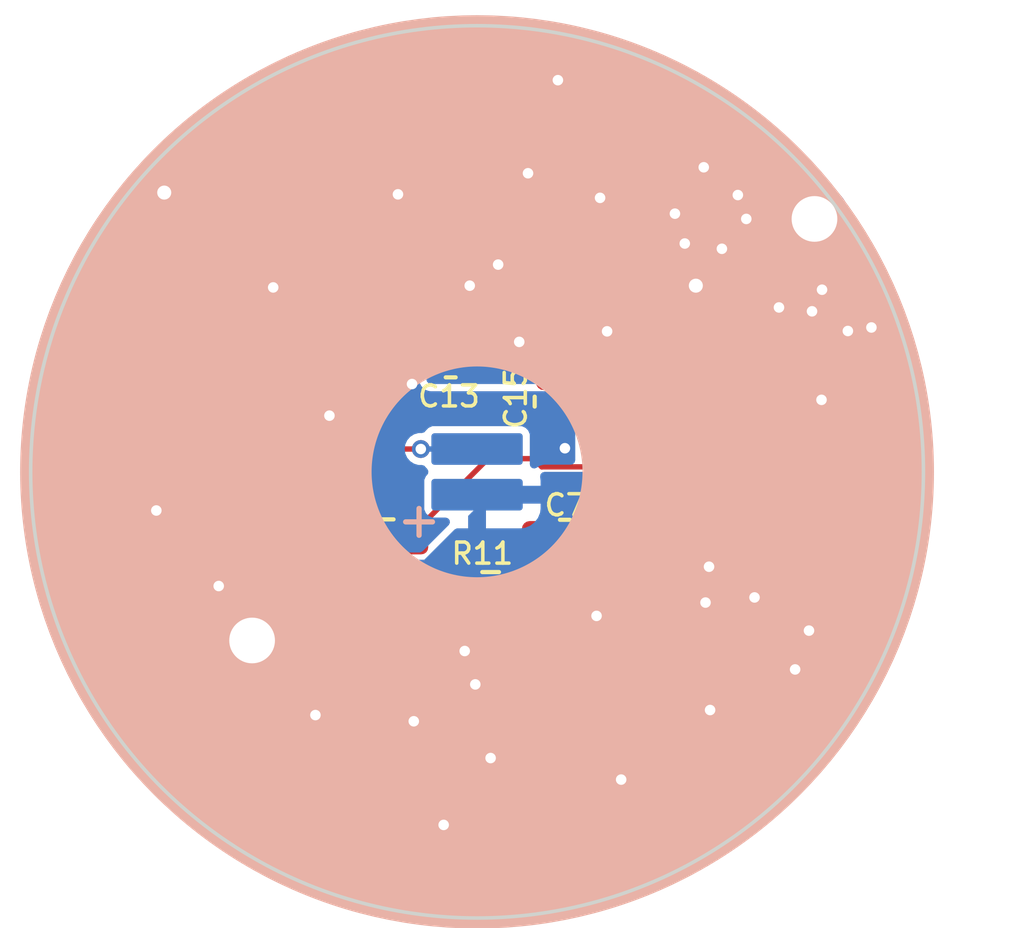
<source format=kicad_pcb>
(kicad_pcb (version 20240108) (generator "pcbnew") (generator_version "8.0")
  (layers (0 "F.Cu" signal) (31 "B.Cu" signal) (34 "B.Paste" user) (35 "F.Paste" user) (36 "B.SilkS" user "B.Silkscreen") (37 "F.SilkS" user "F.Silkscreen") (38 "B.Mask" user) (39 "F.Mask" user) (44 "Edge.Cuts" user))
  (net 0 "")
  (net 1 "GND")
  (net 2 "+BATT")
  (net 3 "/Audio_In")
  (net 4 "Net-(C5-Pad2)")
  (net 5 "/Midscale")
  (net 6 "Net-(C2-Pad1)")
  (net 7 "Net-(U1-V-)")
  (net 8 "/AFE_En")
  (net 9 "Net-(U1--)")
  (net 10 "Net-(C7-Pad1)")
  (net 11 "Net-(D1-RK)")
  (net 12 "/PWM3")
  (net 13 "/PWM2")
  (net 14 "/PWM1")
  (net 15 "/Audio_raw")
  (net 16 "Net-(D1-GK)")
  (net 17 "Net-(D1-BK)")
  (net 18 "/~{MCLR}")
  (net 19 "Net-(C8-Pad1)")
  (net 20 "/ICSP_DAT")
  (net 21 "/ICSP_CLK")
  (net 22 "/gnd_switch")
  (net 23 "Net-(Q1-G)")
  (net 24 "Net-(Q2-G)")
  (net 25 "Net-(Q2-D)")
  (net 26 "Net-(Q3-D)")
  (net 27 "Net-(Q3-G)")
  (net 28 "Net-(Q4-D)")
  (net 29 "Net-(Q4-G)")
  (net 34 "/PGnd")
  (footprint "User:BH-25C-1" (layer "F.Cu") (at 0 0 36.87)
    (property "Reference" "BT1" (hide yes))
    (property "Value" "CR2032Holder")
    (pad "1" thru_hole circle (at 12 0 36.87) (size 2 2) (drill 1.3) (layers "*.Cu" "F.Mask") (net 2 "+BATT"))
    (pad "2" thru_hole circle (at -7.999999 0 36.87) (size 2 2) (drill 1.3) (layers "*.Cu" "F.Mask") (net 34 "/PGnd"))
  )
  (footprint "Capacitor_SMD:C_0603_1608Metric" (layer "F.Cu") (at -0.813616 9.825 -90)
    (property "Reference" "C8" (at -0.175 0.936384 -90) (layer "F.SilkS") (effects (font (size 0.6 0.6) (thickness 0.1))))
    (property "Value" "10p")
    (pad "1" smd roundrect (at -0.775 0 270) (size 0.9 0.95) (layers "F.Cu" "F.Paste" "F.Mask") (net 19 "Net-(C8-Pad1)"))
    (pad "2" smd roundrect (at 0.775 0 270) (size 0.9 0.95) (layers "F.Cu" "F.Paste" "F.Mask") (net 10 "Net-(C7-Pad1)"))
  )
  (footprint "Package_TO_SOT_SMD:SOT-23" (layer "F.Cu") (at -8.1875 0.8)
    (property "Reference" "Q5" (at 0.0625 -2.05 0) (layer "F.SilkS") (effects (font (size 0.6 0.6) (thickness 0.1) (bold yes))))
    (property "Value" "Q_NMOS_DGS")
    (pad "1" smd roundrect (at -0.9375 -0.95) (size 1.475 0.6) (layers "F.Cu" "F.Paste" "F.Mask") (net 2 "+BATT"))
    (pad "2" smd roundrect (at -0.9375 0.95) (size 1.475 0.6) (layers "F.Cu" "F.Paste" "F.Mask") (net 1 "GND"))
    (pad "3" smd roundrect (at 0.9375 0) (size 1.475 0.6) (layers "F.Cu" "F.Paste" "F.Mask") (net 34 "/PGnd"))
  )
  (footprint "Resistor_SMD:R_0603_1608Metric" (layer "F.Cu") (at 0.386384 3.375)
    (property "Reference" "R11" (at -0.236384 -1.05 180) (layer "F.SilkS") (effects (font (size 0.6 0.6) (thickness 0.1))))
    (property "Value" "270k")
    (pad "1" smd roundrect (at -0.825 0) (size 0.8 0.95) (layers "F.Cu" "F.Paste" "F.Mask") (net 4 "Net-(C5-Pad2)"))
    (pad "2" smd roundrect (at 0.825 0) (size 0.8 0.95) (layers "F.Cu" "F.Paste" "F.Mask") (net 9 "Net-(U1--)"))
  )
  (footprint "Resistor_SMD:R_0603_1608Metric" (layer "F.Cu") (at 2.15 -5 90)
    (property "Reference" "R20" (at 0.6 -1 90) (layer "F.SilkS") (effects (font (size 0.6 0.6) (thickness 0.1))))
    (property "Value" "1.5k")
    (pad "1" smd roundrect (at -0.825 0 90) (size 0.8 0.95) (layers "F.Cu" "F.Paste" "F.Mask") (net 17 "Net-(D1-BK)"))
    (pad "2" smd roundrect (at 0.825 0 90) (size 0.8 0.95) (layers "F.Cu" "F.Paste" "F.Mask") (net 28 "Net-(Q4-D)"))
  )
  (footprint "Resistor_SMD:R_0603_1608Metric" (layer "F.Cu") (at -2.363616 5.7 -90)
    (property "Reference" "R16" (at 0 1.086384 90) (layer "F.SilkS") (effects (font (size 0.6 0.6) (thickness 0.1))))
    (property "Value" "1k")
    (pad "1" smd roundrect (at -0.825 0 270) (size 0.8 0.95) (layers "F.Cu" "F.Paste" "F.Mask") (net 19 "Net-(C8-Pad1)"))
    (pad "2" smd roundrect (at 0.825 0 270) (size 0.8 0.95) (layers "F.Cu" "F.Paste" "F.Mask") (net 3 "/Audio_In"))
  )
  (footprint "Capacitor_SMD:C_0603_1608Metric" (layer "F.Cu") (at -10 4.175 90)
    (property "Reference" "C1" (at 1.825 -0.161384 180) (layer "F.SilkS") (effects (font (size 0.6 0.6) (thickness 0.1))))
    (property "Value" "1u")
    (pad "1" smd roundrect (at -0.775 0 90) (size 0.9 0.95) (layers "F.Cu" "F.Paste" "F.Mask") (net 5 "/Midscale"))
    (pad "2" smd roundrect (at 0.775 0 90) (size 0.9 0.95) (layers "F.Cu" "F.Paste" "F.Mask") (net 2 "+BATT"))
  )
  (footprint "TestPoint:TestPoint_Pad_D1.0mm" (layer "F.Cu") (at -3.05 8.3)
    (property "Reference" "J2" (at -0.6 -1.1 0) (layer "F.SilkS") (effects (font (size 0.6 0.6) (thickness 0.1))))
    (property "Value" "Conn_01x01")
    (pad "1" smd circle (at 0 0) (size 1 1) (layers "F.Cu" "F.Mask") (net 3 "/Audio_In"))
  )
  (footprint "Capacitor_SMD:C_0603_1608Metric" (layer "F.Cu") (at -2.613616 3.375)
    (property "Reference" "C5" (at -1.686384 0.075 90) (layer "F.SilkS") (effects (font (size 0.6 0.6) (thickness 0.1))))
    (property "Value" "10n")
    (pad "1" smd roundrect (at -0.775 0) (size 0.9 0.95) (layers "F.Cu" "F.Paste" "F.Mask") (net 15 "/Audio_raw"))
    (pad "2" smd roundrect (at 0.775 0) (size 0.9 0.95) (layers "F.Cu" "F.Paste" "F.Mask") (net 4 "Net-(C5-Pad2)"))
  )
  (footprint "Resistor_SMD:R_0603_1608Metric" (layer "F.Cu") (at 3.41 8.435 -90)
    (property "Reference" "R12" (at -0.2 1.025 -90) (layer "F.SilkS") (effects (font (size 0.6 0.6) (thickness 0.1))))
    (property "Value" "100")
    (pad "1" smd roundrect (at -0.825 0 270) (size 0.8 0.95) (layers "F.Cu" "F.Paste" "F.Mask") (net 22 "/gnd_switch"))
    (pad "2" smd roundrect (at 0.825 0 270) (size 0.8 0.95) (layers "F.Cu" "F.Paste" "F.Mask") (net 7 "Net-(U1-V-)"))
  )
  (footprint "TestPoint:TestPoint_Pad_D1.0mm" (layer "F.Cu") (at 9.11 7.61)
    (property "Reference" "J1" (at 0.55 -1.1 0) (layer "F.SilkS") (effects (font (size 0.6 0.6) (thickness 0.1))))
    (property "Value" "Conn_01x01")
    (pad "1" smd circle (at 0 0) (size 1 1) (layers "F.Cu" "F.Mask") (net 18 "/~{MCLR}"))
  )
  (footprint "Capacitor_SMD:C_0603_1608Metric" (layer "F.Cu") (at 5.88 5.44 -90)
    (property "Reference" "C12" (at 0.05 0.95 90) (layer "F.SilkS") (effects (font (size 0.6 0.6) (thickness 0.1))))
    (property "Value" "10n")
    (pad "1" smd roundrect (at -0.775 0 270) (size 0.9 0.95) (layers "F.Cu" "F.Paste" "F.Mask") (net 2 "+BATT"))
    (pad "2" smd roundrect (at 0.775 0 270) (size 0.9 0.95) (layers "F.Cu" "F.Paste" "F.Mask") (net 1 "GND"))
  )
  (footprint "Resistor_SMD:R_0603_1608Metric" (layer "F.Cu") (at -5 -9.35)
    (property "Reference" "R17" (at 0.55 -1 180) (layer "F.SilkS") (effects (font (size 0.6 0.6) (thickness 0.1))))
    (property "Value" "100")
    (pad "1" smd roundrect (at -0.825 0) (size 0.8 0.95) (layers "F.Cu" "F.Paste" "F.Mask") (net 27 "Net-(Q3-G)"))
    (pad "2" smd roundrect (at 0.825 0) (size 0.8 0.95) (layers "F.Cu" "F.Paste" "F.Mask") (net 13 "/PWM2"))
  )
  (footprint "Resistor_SMD:R_0603_1608Metric" (layer "F.Cu") (at 0.686384 9.825 90)
    (property "Reference" "R14" (at 0.025 1.163616 -90) (layer "F.SilkS") (effects (font (size 0.6 0.6) (thickness 0.1))))
    (property "Value" "10M")
    (pad "1" smd roundrect (at -0.825 0 90) (size 0.8 0.95) (layers "F.Cu" "F.Paste" "F.Mask") (net 10 "Net-(C7-Pad1)"))
    (pad "2" smd roundrect (at 0.825 0 90) (size 0.8 0.95) (layers "F.Cu" "F.Paste" "F.Mask") (net 19 "Net-(C8-Pad1)"))
  )
  (footprint "Capacitor_SMD:C_0603_1608Metric" (layer "F.Cu") (at 2.5 1.875 180)
    (property "Reference" "C7" (at -0.013616 0.925 0) (layer "F.SilkS") (effects (font (size 0.6 0.6) (thickness 0.1))))
    (property "Value" "10p")
    (pad "1" smd roundrect (at -0.775 0 180) (size 0.9 0.95) (layers "F.Cu" "F.Paste" "F.Mask") (net 10 "Net-(C7-Pad1)"))
    (pad "2" smd roundrect (at 0.775 0 180) (size 0.9 0.95) (layers "F.Cu" "F.Paste" "F.Mask") (net 9 "Net-(U1--)"))
  )
  (footprint "Resistor_SMD:R_0603_1608Metric" (layer "F.Cu") (at -3.138616 10.975 180)
    (property "Reference" "R15" (at 0.061384 0.925 180) (layer "F.SilkS") (effects (font (size 0.6 0.6) (thickness 0.1))))
    (property "Value" "270k")
    (pad "1" smd roundrect (at -0.825 0 180) (size 0.8 0.95) (layers "F.Cu" "F.Paste" "F.Mask") (net 10 "Net-(C7-Pad1)"))
    (pad "2" smd roundrect (at 0.825 0 180) (size 0.8 0.95) (layers "F.Cu" "F.Paste" "F.Mask") (net 5 "/Midscale"))
  )
  (footprint "Resistor_SMD:R_0603_1608Metric" (layer "F.Cu") (at -0.75 -4.7 180)
    (property "Reference" "R18" (at 2.2 0.05 0) (layer "F.SilkS") (effects (font (size 0.6 0.6) (thickness 0.1))))
    (property "Value" "1k")
    (pad "1" smd roundrect (at -0.825 0 180) (size 0.8 0.95) (layers "F.Cu" "F.Paste" "F.Mask") (net 11 "Net-(D1-RK)"))
    (pad "2" smd roundrect (at 0.825 0 180) (size 0.8 0.95) (layers "F.Cu" "F.Paste" "F.Mask") (net 25 "Net-(Q2-D)"))
  )
  (footprint "Capacitor_SMD:C_0603_1608Metric" (layer "F.Cu") (at -0.75 -7.7 180)
    (property "Reference" "C14" (at 0 1 0) (layer "F.SilkS") (effects (font (size 0.6 0.6) (thickness 0.1))))
    (property "Value" "1u")
    (pad "1" smd roundrect (at -0.775 0 180) (size 0.9 0.95) (layers "F.Cu" "F.Paste" "F.Mask") (net 16 "Net-(D1-GK)"))
    (pad "2" smd roundrect (at 0.775 0 180) (size 0.9 0.95) (layers "F.Cu" "F.Paste" "F.Mask") (net 1 "GND"))
  )
  (footprint "Capacitor_SMD:C_0603_1608Metric" (layer "F.Cu") (at 7.4 5.44 -90)
    (property "Reference" "C11" (at 0.1 -1.06 90) (layer "F.SilkS") (effects (font (size 0.6 0.6) (thickness 0.1))))
    (property "Value" "100n")
    (pad "1" smd roundrect (at -0.775 0 270) (size 0.9 0.95) (layers "F.Cu" "F.Paste" "F.Mask") (net 2 "+BATT"))
    (pad "2" smd roundrect (at 0.775 0 270) (size 0.9 0.95) (layers "F.Cu" "F.Paste" "F.Mask") (net 1 "GND"))
  )
  (footprint "Resistor_SMD:R_0603_1608Metric" (layer "F.Cu") (at -5.338616 7.175 90)
    (property "Reference" "R5" (at -0.025 -0.961384 90) (layer "F.SilkS") (effects (font (size 0.6 0.6) (thickness 0.1))))
    (property "Value" "10M")
    (pad "1" smd roundrect (at -0.825 0 90) (size 0.8 0.95) (layers "F.Cu" "F.Paste" "F.Mask") (net 6 "Net-(C2-Pad1)"))
    (pad "2" smd roundrect (at 0.825 0 90) (size 0.8 0.95) (layers "F.Cu" "F.Paste" "F.Mask") (net 5 "/Midscale"))
  )
  (footprint "Resistor_SMD:R_0603_1608Metric" (layer "F.Cu") (at 4.4 -5.2)
    (property "Reference" "R22" (at 0.05 -1 0) (layer "F.SilkS") (effects (font (size 0.6 0.6) (thickness 0.1))))
    (property "Value" "100")
    (pad "1" smd roundrect (at -0.825 0) (size 0.8 0.95) (layers "F.Cu" "F.Paste" "F.Mask") (net 23 "Net-(Q1-G)"))
    (pad "2" smd roundrect (at 0.825 0) (size 0.8 0.95) (layers "F.Cu" "F.Paste" "F.Mask") (net 8 "/AFE_En"))
  )
  (footprint "Resistor_SMD:R_0603_1608Metric" (layer "F.Cu") (at -8.5 4.175 90)
    (property "Reference" "R4" (at 1.775 -0.311384 180) (layer "F.SilkS") (effects (font (size 0.6 0.6) (thickness 0.1))))
    (property "Value" "10M")
    (pad "1" smd roundrect (at -0.825 0 90) (size 0.8 0.95) (layers "F.Cu" "F.Paste" "F.Mask") (net 5 "/Midscale"))
    (pad "2" smd roundrect (at 0.825 0 90) (size 0.8 0.95) (layers "F.Cu" "F.Paste" "F.Mask") (net 2 "+BATT"))
  )
  (footprint "Capacitor_SMD:C_0603_1608Metric" (layer "F.Cu") (at -7.5 7.175 90)
    (property "Reference" "C2" (at -0.125 -1 90) (layer "F.SilkS") (effects (font (size 0.6 0.6) (thickness 0.1))))
    (property "Value" "1u")
    (pad "1" smd roundrect (at -0.775 0 90) (size 0.9 0.95) (layers "F.Cu" "F.Paste" "F.Mask") (net 6 "Net-(C2-Pad1)"))
    (pad "2" smd roundrect (at 0.775 0 90) (size 0.9 0.95) (layers "F.Cu" "F.Paste" "F.Mask") (net 5 "/Midscale"))
  )
  (footprint "Resistor_SMD:R_0603_1608Metric" (layer "F.Cu") (at -2.613616 1.875)
    (property "Reference" "R3" (at -1.936384 -0.075 0) (layer "F.SilkS") (effects (font (size 0.6 0.6) (thickness 0.1))))
    (property "Value" "10k")
    (pad "1" smd roundrect (at -0.825 0) (size 0.8 0.95) (layers "F.Cu" "F.Paste" "F.Mask") (net 15 "/Audio_raw"))
    (pad "2" smd roundrect (at 0.825 0) (size 0.8 0.95) (layers "F.Cu" "F.Paste" "F.Mask") (net 22 "/gnd_switch"))
  )
  (footprint "TestPoint:TestPoint_Pad_D1.0mm" (layer "F.Cu") (at -5.2 0.55)
    (property "Reference" "J3" (at 1.2 -0.6 0) (layer "F.SilkS") (effects (font (size 0.6 0.6) (thickness 0.1))))
    (property "Value" "Conn_01x01")
    (pad "1" smd circle (at 0 0) (size 1 1) (layers "F.Cu" "F.Mask") (net 15 "/Audio_raw"))
  )
  (footprint "Capacitor_SMD:C_0603_1608Metric" (layer "F.Cu") (at 2.15 -2 -90)
    (property "Reference" "C15" (at -0.1 1.05 90) (layer "F.SilkS") (effects (font (size 0.6 0.6) (thickness 0.1))))
    (property "Value" "1u")
    (pad "1" smd roundrect (at -0.775 0 270) (size 0.9 0.95) (layers "F.Cu" "F.Paste" "F.Mask") (net 17 "Net-(D1-BK)"))
    (pad "2" smd roundrect (at 0.775 0 270) (size 0.9 0.95) (layers "F.Cu" "F.Paste" "F.Mask") (net 1 "GND"))
  )
  (footprint "Package_TO_SOT_SMD:SOT-23" (layer "F.Cu") (at 2.55 -8.45 -90)
    (property "Reference" "Q4" (at -1.3 2 90) (layer "F.SilkS") (effects (font (size 0.6 0.6) (thickness 0.1))))
    (property "Value" "Q_NMOS_DGS")
    (pad "1" smd roundrect (at -0.9375 -0.95 270) (size 1.475 0.6) (layers "F.Cu" "F.Paste" "F.Mask") (net 29 "Net-(Q4-G)"))
    (pad "2" smd roundrect (at -0.9375 0.95 270) (size 1.475 0.6) (layers "F.Cu" "F.Paste" "F.Mask") (net 1 "GND"))
    (pad "3" smd roundrect (at 0.9375 0 270) (size 1.475 0.6) (layers "F.Cu" "F.Paste" "F.Mask") (net 28 "Net-(Q4-D)"))
  )
  (footprint "Resistor_SMD:R_0603_1608Metric" (layer "F.Cu") (at -0.75 -6.2 180)
    (property "Reference" "R19" (at 1.8 0 90) (layer "F.SilkS") (effects (font (size 0.6 0.6) (thickness 0.1))))
    (property "Value" "1.4k")
    (pad "1" smd roundrect (at -0.825 0 180) (size 0.8 0.95) (layers "F.Cu" "F.Paste" "F.Mask") (net 16 "Net-(D1-GK)"))
    (pad "2" smd roundrect (at 0.825 0 180) (size 0.8 0.95) (layers "F.Cu" "F.Paste" "F.Mask") (net 26 "Net-(Q3-D)"))
  )
  (footprint "Resistor_SMD:R_0603_1608Metric" (layer "F.Cu") (at 5.1 -8.85 90)
    (property "Reference" "R21" (at 1.9 -0.15 180) (layer "F.SilkS") (effects (font (size 0.6 0.6) (thickness 0.1))))
    (property "Value" "100")
    (pad "1" smd roundrect (at -0.825 0 90) (size 0.8 0.95) (layers "F.Cu" "F.Paste" "F.Mask") (net 12 "/PWM3"))
    (pad "2" smd roundrect (at 0.825 0 90) (size 0.8 0.95) (layers "F.Cu" "F.Paste" "F.Mask") (net 29 "Net-(Q4-G)"))
  )
  (footprint "Package_TO_SOT_SMD:SOT-23" (layer "F.Cu") (at -4.95 -6.85)
    (property "Reference" "Q3" (at -2.2 -0.75 90) (layer "F.SilkS") (effects (font (size 0.6 0.6) (thickness 0.1))))
    (property "Value" "Q_NMOS_DGS")
    (pad "1" smd roundrect (at -0.9375 -0.95) (size 1.475 0.6) (layers "F.Cu" "F.Paste" "F.Mask") (net 27 "Net-(Q3-G)"))
    (pad "2" smd roundrect (at -0.9375 0.95) (size 1.475 0.6) (layers "F.Cu" "F.Paste" "F.Mask") (net 1 "GND"))
    (pad "3" smd roundrect (at 0.9375 0) (size 1.475 0.6) (layers "F.Cu" "F.Paste" "F.Mask") (net 26 "Net-(Q3-D)"))
  )
  (footprint "Package_TO_SOT_SMD:SOT-23-5" (layer "F.Cu") (at 0.136384 6.25 90)
    (property "Reference" "U1" (at -0.025 2.088616 90) (layer "F.SilkS") (effects (font (size 0.6 0.6) (thickness 0.1))))
    (property "Value" "OPAMP")
    (pad "1" smd roundrect (at -1.1375 -0.95 90) (size 1.325 0.6) (layers "F.Cu" "F.Paste" "F.Mask") (net 19 "Net-(C8-Pad1)"))
    (pad "2" smd roundrect (at -1.1375 0 90) (size 1.325 0.6) (layers "F.Cu" "F.Paste" "F.Mask") (net 7 "Net-(U1-V-)"))
    (pad "3" smd roundrect (at -1.1375 0.95 90) (size 1.325 0.6) (layers "F.Cu" "F.Paste" "F.Mask") (net 5 "/Midscale"))
    (pad "4" smd roundrect (at 1.1375 0.95 90) (size 1.325 0.6) (layers "F.Cu" "F.Paste" "F.Mask") (net 9 "Net-(U1--)"))
    (pad "5" smd roundrect (at 1.1375 -0.95 90) (size 1.325 0.6) (layers "F.Cu" "F.Paste" "F.Mask") (net 2 "+BATT"))
  )
  (footprint "Capacitor_SMD:C_0603_1608Metric" (layer "F.Cu") (at -0.75 -3.2 180)
    (property "Reference" "C13" (at 0.05 -1.05 0) (layer "F.SilkS") (effects (font (size 0.6 0.6) (thickness 0.1))))
    (property "Value" "1u")
    (pad "1" smd roundrect (at -0.775 0 180) (size 0.9 0.95) (layers "F.Cu" "F.Paste" "F.Mask") (net 11 "Net-(D1-RK)"))
    (pad "2" smd roundrect (at 0.775 0 180) (size 0.9 0.95) (layers "F.Cu" "F.Paste" "F.Mask") (net 1 "GND"))
  )
  (footprint "Package_TO_SOT_SMD:SOT-23" (layer "F.Cu") (at -4.3 -2.7)
    (property "Reference" "Q2" (at -2.3 1.1 90) (layer "F.SilkS") (effects (font (size 0.6 0.6) (thickness 0.1))))
    (property "Value" "Q_NMOS_DGS")
    (pad "1" smd roundrect (at -0.9375 -0.95) (size 1.475 0.6) (layers "F.Cu" "F.Paste" "F.Mask") (net 24 "Net-(Q2-G)"))
    (pad "2" smd roundrect (at -0.9375 0.95) (size 1.475 0.6) (layers "F.Cu" "F.Paste" "F.Mask") (net 1 "GND"))
    (pad "3" smd roundrect (at 0.9375 0) (size 1.475 0.6) (layers "F.Cu" "F.Paste" "F.Mask") (net 25 "Net-(Q2-D)"))
  )
  (footprint "Capacitor_SMD:C_0603_1608Metric" (layer "F.Cu") (at 4.925 8.445 -90)
    (property "Reference" "C6" (at -0.25 -1 90) (layer "F.SilkS") (effects (font (size 0.6 0.6) (thickness 0.1))))
    (property "Value" "10n")
    (pad "1" smd roundrect (at -0.775 0 270) (size 0.9 0.95) (layers "F.Cu" "F.Paste" "F.Mask") (net 2 "+BATT"))
    (pad "2" smd roundrect (at 0.775 0 270) (size 0.9 0.95) (layers "F.Cu" "F.Paste" "F.Mask") (net 7 "Net-(U1-V-)"))
  )
  (footprint "TestPoint:TestPoint_Pad_D1.0mm" (layer "F.Cu") (at -8.9 -7.95)
    (property "Reference" "J5" (at -0.8 1.15 0) (layer "F.SilkS") (effects (font (size 0.6 0.6) (thickness 0.1))))
    (property "Value" "Conn_01x01")
    (pad "1" smd circle (at 0 0) (size 1 1) (layers "F.Cu" "F.Mask") (net 1 "GND"))
  )
  (footprint "Resistor_SMD:R_0603_1608Metric" (layer "F.Cu") (at 3.386384 3.375)
    (property "Reference" "R13" (at 0.233616 1.205 180) (layer "F.SilkS") (effects (font (size 0.6 0.6) (thickness 0.1))))
    (property "Value" "10M")
    (pad "1" smd roundrect (at -0.825 0) (size 0.8 0.95) (layers "F.Cu" "F.Paste" "F.Mask") (net 9 "Net-(U1--)"))
    (pad "2" smd roundrect (at 0.825 0) (size 0.8 0.95) (layers "F.Cu" "F.Paste" "F.Mask") (net 10 "Net-(C7-Pad1)"))
  )
  (footprint "TestPoint:TestPoint_Pad_D1.0mm" (layer "F.Cu") (at 10.7 5.3)
    (property "Reference" "J4" (at 0.05 -1 0) (layer "F.SilkS") (effects (font (size 0.6 0.6) (thickness 0.1))))
    (property "Value" "Conn_01x01")
    (pad "1" smd circle (at 0 0) (size 1 1) (layers "F.Cu" "F.Mask") (net 2 "+BATT"))
  )
  (footprint "TestPoint:TestPoint_Pad_D1.0mm" (layer "F.Cu") (at 10.9 -5)
    (property "Reference" "J7" (at -1 -0.5 0) (layer "F.SilkS") (effects (font (size 0.6 0.6) (thickness 0.1))))
    (property "Value" "Conn_01x01")
    (pad "1" smd circle (at 0 0) (size 1 1) (layers "F.Cu" "F.Mask") (net 21 "/ICSP_CLK"))
  )
  (footprint "Resistor_SMD:R_0603_1608Metric" (layer "F.Cu") (at -7.7 -4.85 90)
    (property "Reference" "R1" (at 0.5 -1.125 90) (layer "F.SilkS") (effects (font (size 0.6 0.6) (thickness 0.1))))
    (property "Value" "100")
    (pad "1" smd roundrect (at -0.825 0 90) (size 0.8 0.95) (layers "F.Cu" "F.Paste" "F.Mask") (net 24 "Net-(Q2-G)"))
    (pad "2" smd roundrect (at 0.825 0 90) (size 0.8 0.95) (layers "F.Cu" "F.Paste" "F.Mask") (net 14 "/PWM1"))
  )
  (footprint "Package_TO_SOT_SMD:SOT-23" (layer "F.Cu") (at 4.65 -2.1 -90)
    (property "Reference" "Q1" (at 1.25 1.15 90) (layer "F.SilkS") (effects (font (size 0.6 0.6) (thickness 0.1))))
    (property "Value" "Q_NMOS_DGS")
    (pad "1" smd roundrect (at -0.9375 -0.95 270) (size 1.475 0.6) (layers "F.Cu" "F.Paste" "F.Mask") (net 23 "Net-(Q1-G)"))
    (pad "2" smd roundrect (at -0.9375 0.95 270) (size 1.475 0.6) (layers "F.Cu" "F.Paste" "F.Mask") (net 1 "GND"))
    (pad "3" smd roundrect (at 0.9375 0 270) (size 1.475 0.6) (layers "F.Cu" "F.Paste" "F.Mask") (net 22 "/gnd_switch"))
  )
  (footprint "Package_SO:TSSOP-14_4.4x5mm_P0.65mm" (layer "F.Cu") (at 9.15 -0.15 90)
    (property "Reference" "U2" (at -2.05 -3 90) (layer "F.SilkS") (effects (font (size 0.6 0.6) (thickness 0.1))))
    (property "Value" "PIC18F06")
    (pad "1" smd roundrect (at -2.8625 -1.95 90) (size 1.475 0.4) (layers "F.Cu" "F.Paste" "F.Mask") (net 2 "+BATT"))
    (pad "2" smd roundrect (at -2.8625 -1.3 90) (size 1.475 0.4) (layers "F.Cu" "F.Paste" "F.Mask") (net 3 "/Audio_In"))
    (pad "3" smd roundrect (at -2.8625 -0.65 90) (size 1.475 0.4) (layers "F.Cu" "F.Paste" "F.Mask"))
    (pad "4" smd roundrect (at -2.8625 0 90) (size 1.475 0.4) (layers "F.Cu" "F.Paste" "F.Mask") (net 18 "/~{MCLR}"))
    (pad "5" smd roundrect (at -2.8625 0.65 90) (size 1.475 0.4) (layers "F.Cu" "F.Paste" "F.Mask"))
    (pad "6" smd roundrect (at -2.8625 1.3 90) (size 1.475 0.4) (layers "F.Cu" "F.Paste" "F.Mask"))
    (pad "7" smd roundrect (at -2.8625 1.95 90) (size 1.475 0.4) (layers "F.Cu" "F.Paste" "F.Mask"))
    (pad "8" smd roundrect (at 2.8625 1.95 90) (size 1.475 0.4) (layers "F.Cu" "F.Paste" "F.Mask") (net 12 "/PWM3"))
    (pad "9" smd roundrect (at 2.8625 1.3 90) (size 1.475 0.4) (layers "F.Cu" "F.Paste" "F.Mask") (net 13 "/PWM2"))
    (pad "10" smd roundrect (at 2.8625 0.65 90) (size 1.475 0.4) (layers "F.Cu" "F.Paste" "F.Mask") (net 14 "/PWM1"))
    (pad "11" smd roundrect (at 2.8625 0 90) (size 1.475 0.4) (layers "F.Cu" "F.Paste" "F.Mask") (net 8 "/AFE_En"))
    (pad "12" smd roundrect (at 2.8625 -0.65 90) (size 1.475 0.4) (layers "F.Cu" "F.Paste" "F.Mask") (net 21 "/ICSP_CLK"))
    (pad "13" smd roundrect (at 2.8625 -1.3 90) (size 1.475 0.4) (layers "F.Cu" "F.Paste" "F.Mask") (net 20 "/ICSP_DAT"))
    (pad "14" smd roundrect (at 2.8625 -1.95 90) (size 1.475 0.4) (layers "F.Cu" "F.Paste" "F.Mask") (net 1 "GND"))
  )
  (footprint "TestPoint:TestPoint_Pad_D1.0mm" (layer "F.Cu") (at 8.1 -8.85)
    (property "Reference" "J6" (at -0.9 -0.85 0) (layer "F.SilkS") (effects (font (size 0.6 0.6) (thickness 0.1))))
    (property "Value" "Conn_01x01")
    (pad "1" smd circle (at 0 0) (size 1 1) (layers "F.Cu" "F.Mask") (net 20 "/ICSP_DAT"))
  )
  (footprint "Resistor_SMD:R_0603_1608Metric" (layer "F.Cu") (at -6.151116 9.425 180)
    (property "Reference" "R2" (at -0.051116 -1.125 0) (layer "F.SilkS") (effects (font (size 0.6 0.6) (thickness 0.1))))
    (property "Value" "1k")
    (pad "1" smd roundrect (at -0.825 0 180) (size 0.8 0.95) (layers "F.Cu" "F.Paste" "F.Mask") (net 22 "/gnd_switch"))
    (pad "2" smd roundrect (at 0.825 0 180) (size 0.8 0.95) (layers "F.Cu" "F.Paste" "F.Mask") (net 6 "Net-(C2-Pad1)"))
  )
  (footprint "User:ElectretCondenserMic_SMT_MO063602-1" (layer "B.Cu") (at 0 0 180)
    (property "Reference" "MK1" (hide yes))
    (property "Value" "Microphone_Condenser")
    (pad "1" smd roundrect (at 0 0.65 180) (size 2.6 0.9) (layers "B.Cu" "B.Paste" "B.Mask") (roundrect_rratio 0.1) (net 15 "/Audio_raw"))
    (pad "2" smd roundrect (at 0 -0.65 180) (size 2.6 0.9) (layers "B.Cu" "B.Paste" "B.Mask") (roundrect_rratio 0.1) (net 2 "+BATT"))
  )
  (footprint "User:PLCC-4" (layer "B.Cu") (at 0 -4.6 180)
    (property "Reference" "D1" (hide yes))
    (property "Value" "LED_ABGR")
    (pad "1" smd roundrect (at 0.75 -0.55 180) (size 1 0.8) (layers "B.Cu" "B.Paste" "B.Mask") (roundrect_rratio 0.45) (net 2 "+BATT"))
    (pad "2" smd rect (at -0.75 -0.55 180) (size 1 0.8) (layers "B.Cu" "B.Paste" "B.Mask") (net 17 "Net-(D1-BK)"))
    (pad "3" smd rect (at -0.75 0.55 180) (size 1 0.8) (layers "B.Cu" "B.Paste" "B.Mask") (net 16 "Net-(D1-GK)"))
    (pad "4" smd rect (at 0.75 0.55 180) (size 1 0.8) (layers "B.Cu" "B.Paste" "B.Mask") (net 11 "Net-(D1-RK)"))
  )
  (gr_circle (center 0 0) (end 8 0) (stroke (width 10)) (fill none) (layer "B.SilkS"))
  (gr_circle (center 7.2 1.45) (end 7.2 1.65) (stroke (width 0.15)) (fill none) (layer "F.SilkS"))
  (gr_circle (center 0 0) (end 12.7 0) (stroke (width 0.1)) (fill none) (layer "Edge.Cuts"))
  (gr_text "." (at -1.15 -3.45 0) (layer "B.Cu") (effects (font (size 0.8 0.8) (thickness 0.2) (bold yes)) (justify left bottom mirror)))
  (gr_text "+" (at -1.65 1.35 0) (layer "B.SilkS") (effects (font (size 1 1)) (justify mirror)))
  (gr_text "Lightup note\ndetector" (at -10.325 -6.125 270) (layer "F.SilkS") (effects (font (size 0.5 0.5) (thickness 0.1)) (justify left)))
  (gr_text "V+" (at 8.45 -6.1 0) (layer "F.SilkS") (effects (font (size 0.6 0.6))))
  (gr_text "Rev 5 Nov 2024" (at -11.775 -3.375 270) (layer "F.SilkS") (effects (font (size 0.5 0.5) (thickness 0.1)) (justify left)))
  (gr_text "Gnd" (at -6.45 3.25 0) (layer "F.SilkS") (effects (font (size 0.6 0.6))))
  (segment (start 6.66 6.75) (end 6.63 6.78) (width 0.25) (layer "F.Cu") (net 1))
  (segment (start 1.6 -9.3875) (end 1.6 -8.65) (width 0.1524) (layer "F.Cu") (net 1))
  (segment (start 6.66 6.215) (end 5.88 6.215) (width 0.25) (layer "F.Cu") (net 1))
  (segment (start -5.2375 -1.75) (end -4.35 -1.75) (width 0.1524) (layer "F.Cu") (net 1))
  (segment (start 2.15 -1.022334) (end 2.5 -0.672334) (width 0.1524) (layer "F.Cu") (net 1))
  (segment (start -1.525 -3.2) (end -1.525 -2.825) (width 0.1524) (layer "F.Cu") (net 1))
  (segment (start -5.8875 -5.3375) (end -5.8 -5.25) (width 0.1524) (layer "F.Cu") (net 1))
  (segment (start -1.525 -2.825) (end -1.85 -2.5) (width 0.1524) (layer "F.Cu") (net 1))
  (segment (start -9.125 1.75) (end -9.125 1.1) (width 0.381) (layer "F.Cu") (net 1))
  (segment (start 6.66 6.215) (end 6.66 6.75) (width 0.25) (layer "F.Cu") (net 1))
  (segment (start -1.725 -7.9) (end -1.525 -7.7) (width 0.1524) (layer "F.Cu") (net 1))
  (segment (start -4.35 -1.75) (end -4.2 -1.6) (width 0.1524) (layer "F.Cu") (net 1))
  (segment (start 1.6 -8.65) (end 1.45 -8.5) (width 0.1524) (layer "F.Cu") (net 1))
  (segment (start 3.7 -3.0375) (end 3.7 -4) (width 0.1524) (layer "F.Cu") (net 1))
  (segment (start 7.4 6.215) (end 6.66 6.215) (width 0.25) (layer "F.Cu") (net 1))
  (segment (start 6.2245 -5.3) (end 7.2 -4.3245) (width 0.1524) (layer "F.Cu") (net 1))
  (segment (start -5.8875 -5.9) (end -5.8875 -5.3375) (width 0.1524) (layer "F.Cu") (net 1))
  (segment (start -2.25 -7.9) (end -1.725 -7.9) (width 0.1524) (layer "F.Cu") (net 1))
  (segment (start 7.2 -4.3245) (end 7.2 -3.0125) (width 0.1524) (layer "F.Cu") (net 1))
  (segment (start 2.15 -1.225) (end 2.15 -1.022334) (width 0.1524) (layer "F.Cu") (net 1))
  (via (at -1.85 -2.5) (size 0.45) (drill 0.3) (layers "F.Cu" "B.Cu") (net 1))
  (via (at -5.8 -5.25) (size 0.45) (drill 0.3) (layers "F.Cu" "B.Cu") (net 1))
  (via (at 1.45 -8.5) (size 0.45) (drill 0.3) (layers "F.Cu" "B.Cu") (net 1))
  (via (at -2.25 -7.9) (size 0.508) (drill 0.3) (layers "F.Cu" "B.Cu") (net 1))
  (via (at 6.2245 -5.3) (size 0.8) (drill 0.4) (layers "F.Cu" "B.Cu") (net 1))
  (via (at 6.63 6.78) (size 0.508) (drill 0.3) (layers "F.Cu" "B.Cu") (net 1))
  (via (at 2.5 -0.672334) (size 0.508) (drill 0.3) (layers "F.Cu" "B.Cu") (net 1))
  (via (at -4.2 -1.6) (size 0.45) (drill 0.3) (layers "F.Cu" "B.Cu") (net 1))
  (via (at -9.125 1.1) (size 0.508) (drill 0.3) (layers "F.Cu" "B.Cu") (net 1))
  (via (at 3.7 -4) (size 0.508) (drill 0.3) (layers "F.Cu" "B.Cu") (net 1))
  (via (at -8.9 -7.95) (size 0.8) (drill 0.4) (layers "F.Cu" "B.Cu") (net 1))
  (segment (start 4.925 5.62) (end 4.925 7.525) (width 0.1524) (layer "F.Cu") (net 2))
  (segment (start 7.135 4.665) (end 7.4 4.665) (width 0.1524) (layer "F.Cu") (net 2))
  (segment (start -8.4 3.25) (end -7.35 3.25) (width 0.1524) (layer "F.Cu") (net 2))
  (segment (start -9.95 3.35) (end -10 3.4) (width 0.1524) (layer "F.Cu") (net 2))
  (segment (start 6.5 4.045) (end 5.88 4.665) (width 0.1524) (layer "F.Cu") (net 2))
  (segment (start 7.2 2.7125) (end 6.6125 2.7125) (width 0.1524) (layer "F.Cu") (net 2))
  (segment (start -7.35 3.25) (end -7.275 3.25) (width 0.1524) (layer "F.Cu") (net 2))
  (segment (start 6.5 4.03) (end 7.135 4.665) (width 0.1524) (layer "F.Cu") (net 2))
  (segment (start -10 3.4) (end -10.1387 3.2613) (width 0.1524) (layer "F.Cu") (net 2))
  (segment (start -10.1387 0.8637) (end -9.125 -0.15) (width 0.1524) (layer "F.Cu") (net 2))
  (segment (start 9.475 5.3) (end 8.84 4.665) (width 0.1524) (layer "F.Cu") (net 2))
  (segment (start 10.7 5.3) (end 9.475 5.3) (width 0.1524) (layer "F.Cu") (net 2))
  (segment (start 6.5 3.7203) (end 6.5 4.045) (width 0.1524) (layer "F.Cu") (net 2))
  (segment (start -0.351116 5.1) (end -0.363616 5.1125) (width 0.1524) (layer "F.Cu") (net 2))
  (segment (start -10.1387 3.2613) (end -10.1387 0.8637) (width 0.1524) (layer "F.Cu") (net 2))
  (segment (start -8.5 3.35) (end -9.95 3.35) (width 0.1524) (layer "F.Cu") (net 2))
  (segment (start 5.88 4.665) (end 4.925 5.62) (width 0.1524) (layer "F.Cu") (net 2))
  (segment (start -8.5 3.35) (end -8.4 3.25) (width 0.1524) (layer "F.Cu") (net 2))
  (segment (start -0.363616 5.1125) (end -0.813616 5.1125) (width 0.1524) (layer "F.Cu") (net 2))
  (segment (start 8.84 4.665) (end 7.4 4.665) (width 0.1524) (layer "F.Cu") (net 2))
  (segment (start 6.6125 2.7125) (end 6.6 2.7) (width 0.1524) (layer "F.Cu") (net 2))
  (segment (start 6.5 3.7203) (end 6.5 4.03) (width 0.1524) (layer "F.Cu") (net 2))
  (via (at -7.35 3.25) (size 0.508) (drill 0.3) (layers "F.Cu" "B.Cu") (net 2))
  (via (at -0.351116 5.1) (size 0.508) (drill 0.3) (layers "F.Cu" "B.Cu") (net 2))
  (via (at 6.5 3.7203) (size 0.508) (drill 0.3) (layers "F.Cu" "B.Cu") (net 2))
  (via (at 6.6 2.7) (size 0.508) (drill 0.3) (layers "F.Cu" "B.Cu") (net 2))
  (segment (start -0.75 -4.05) (end -0.02 -3.32) (width 0.254) (layer "B.Cu") (net 2))
  (segment (start -0.02 -3.32) (end 0.31 -3.32) (width 0.254) (layer "B.Cu") (net 2))
  (segment (start 8.790017 -7.200017) (end 8.08 -6.49) (width 0.381) (layer "B.Cu") (net 2))
  (segment (start 9.599987 -7.200017) (end 8.790017 -7.200017) (width 0.381) (layer "B.Cu") (net 2))
  (segment (start 7.894204 3.574798) (end 7.894204 2.756704) (width 0.1524) (layer "F.Cu") (net 3))
  (segment (start -2.363616 6.536384) (end -1.8 7.1) (width 0.1524) (layer "F.Cu") (net 3))
  (segment (start -2.363616 7.613616) (end -2.363616 6.525) (width 0.1524) (layer "F.Cu") (net 3))
  (segment (start 7.894204 2.756704) (end 7.85 2.7125) (width 0.1524) (layer "F.Cu") (net 3))
  (segment (start -2.363616 6.525) (end -2.363616 6.536384) (width 0.1524) (layer "F.Cu") (net 3))
  (segment (start -3.05 8.3) (end -2.363616 7.613616) (width 0.1524) (layer "F.Cu") (net 3))
  (via (at 7.894204 3.574798) (size 0.508) (drill 0.3) (layers "F.Cu" "B.Cu") (net 3))
  (via (at -1.8 7.1) (size 0.508) (drill 0.3) (layers "F.Cu" "B.Cu") (net 3))
  (segment (start 7.219002 4.25) (end 7.894204 3.574798) (width 0.1524) (layer "B.Cu") (net 3))
  (segment (start 4.45 4.25) (end 7.219002 4.25) (width 0.1524) (layer "B.Cu") (net 3))
  (segment (start 3.179711 3.570289) (end 3.770289 3.570289) (width 0.1524) (layer "B.Cu") (net 3))
  (segment (start 3.770289 3.570289) (end 4.45 4.25) (width 0.1524) (layer "B.Cu") (net 3))
  (segment (start -0.35 7.1) (end 3.179711 3.570289) (width 0.1524) (layer "B.Cu") (net 3))
  (segment (start -1.8 7.1) (end -0.35 7.1) (width 0.1524) (layer "B.Cu") (net 3))
  (segment (start -0.363616 3.3) (end -0.438616 3.375) (width 0.1524) (layer "F.Cu") (net 4))
  (segment (start -0.438616 3.375) (end -1.838616 3.375) (width 0.1524) (layer "F.Cu") (net 4))
  (segment (start -5.388616 6.4) (end -5.338616 6.35) (width 0.1524) (layer "F.Cu") (net 5))
  (segment (start -10 4.95) (end -8.55 4.95) (width 0.1524) (layer "F.Cu") (net 5))
  (segment (start -8.55 4.95) (end -8.5 5) (width 0.1524) (layer "F.Cu") (net 5))
  (segment (start -4.598371 6.923371) (end -5.171741 6.35) (width 0.1524) (layer "F.Cu") (net 5))
  (segment (start -4.45 10.488616) (end -4.45 7.071741) (width 0.1524) (layer "F.Cu") (net 5))
  (segment (start 0.068369 6.050091) (end -0.049909 6.050091) (width 0.1524) (layer "F.Cu") (net 5))
  (segment (start -4.45 7.071741) (end -4.598371 6.923371) (width 0.1524) (layer "F.Cu") (net 5))
  (segment (start -3.963616 10.975) (end -4.45 10.488616) (width 0.1524) (layer "F.Cu") (net 5))
  (segment (start -7.5 6.4) (end -5.388616 6.4) (width 0.1524) (layer "F.Cu") (net 5))
  (segment (start 1.086384 7.068106) (end 0.068369 6.050091) (width 0.1524) (layer "F.Cu") (net 5))
  (segment (start -7.5 6) (end -8.5 5) (width 0.1524) (layer "F.Cu") (net 5))
  (segment (start -5.171741 6.35) (end -5.338616 6.35) (width 0.1524) (layer "F.Cu") (net 5))
  (segment (start 1.086384 7.3875) (end 1.086384 7.068106) (width 0.1524) (layer "F.Cu") (net 5))
  (segment (start -7.5 6.4) (end -7.5 6) (width 0.1524) (layer "F.Cu") (net 5))
  (via (at -0.049909 6.050091) (size 0.508) (drill 0.3) (layers "F.Cu" "B.Cu") (net 5))
  (via (at -4.598371 6.923371) (size 0.508) (drill 0.3) (layers "F.Cu" "B.Cu") (net 5))
  (segment (start -3.725091 6.050091) (end -4.598371 6.923371) (width 0.1524) (layer "B.Cu") (net 5))
  (segment (start -0.049909 6.050091) (end -3.725091 6.050091) (width 0.1524) (layer "B.Cu") (net 5))
  (segment (start -6.976116 8.473884) (end -7.5 7.95) (width 0.1524) (layer "F.Cu") (net 6))
  (segment (start -5.338616 8) (end -7.45 8) (width 0.1524) (layer "F.Cu") (net 6))
  (segment (start -7.45 8) (end -7.5 7.95) (width 0.1524) (layer "F.Cu") (net 6))
  (segment (start -6.976116 9.425) (end -6.976116 8.473884) (width 0.1524) (layer "F.Cu") (net 6))
  (segment (start 0.385746 7.636862) (end 0.136384 7.3875) (width 0.1524) (layer "F.Cu") (net 7))
  (segment (start 0.385746 8.147003) (end 0.385746 7.636862) (width 0.1524) (layer "F.Cu") (net 7))
  (segment (start 4.1 8.76) (end 3.91 8.76) (width 0.1524) (layer "F.Cu") (net 7))
  (segment (start 4.1 8.76) (end 4.465 8.76) (width 0.1524) (layer "F.Cu") (net 7))
  (segment (start 4.465 8.76) (end 4.925 9.22) (width 0.1524) (layer "F.Cu") (net 7))
  (segment (start 3.91 8.76) (end 3.41 9.26) (width 0.1524) (layer "F.Cu") (net 7))
  (via (at 4.1 8.76) (size 0.508) (drill 0.3) (layers "F.Cu" "B.Cu") (net 7))
  (via (at 0.385746 8.147003) (size 0.508) (drill 0.3) (layers "F.Cu" "B.Cu") (net 7))
  (segment (start 0.888743 8.65) (end 0.385746 8.147003) (width 0.1524) (layer "B.Cu") (net 7))
  (segment (start 4.1 8.76) (end 3.99 8.65) (width 0.1524) (layer "B.Cu") (net 7))
  (segment (start 3.99 8.65) (end 0.888743 8.65) (width 0.1524) (layer "B.Cu") (net 7))
  (segment (start 9.15 -2.15) (end 8.95808 -1.95808) (width 0.1524) (layer "F.Cu") (net 8))
  (segment (start 9.15 -3.0125) (end 9.15 -2.15) (width 0.1524) (layer "F.Cu") (net 8))
  (segment (start 6.45 -2.45) (end 6.45 -3.975) (width 0.1524) (layer "F.Cu") (net 8))
  (segment (start 6.45 -3.975) (end 5.225 -5.2) (width 0.1524) (layer "F.Cu") (net 8))
  (segment (start 8.95808 -1.95808) (end 6.94192 -1.95808) (width 0.1524) (layer "F.Cu") (net 8))
  (segment (start 6.94192 -1.95808) (end 6.45 -2.45) (width 0.1524) (layer "F.Cu") (net 8))
  (segment (start 1.086384 3.5) (end 1.211384 3.375) (width 0.1524) (layer "F.Cu") (net 9))
  (segment (start 1.211384 3.375) (end 2.561384 3.375) (width 0.1524) (layer "F.Cu") (net 9))
  (segment (start 1.086384 5.1125) (end 1.086384 3.5) (width 0.1524) (layer "F.Cu") (net 9))
  (segment (start 1.725 1.875) (end 2.561384 2.711384) (width 0.1524) (layer "F.Cu") (net 9))
  (segment (start 2.561384 2.711384) (end 2.561384 3.375) (width 0.1524) (layer "F.Cu") (net 9))
  (segment (start 3.4 4.1) (end 4.125 3.375) (width 0.1524) (layer "F.Cu") (net 10))
  (segment (start -2.313616 10.975) (end -1.188616 10.975) (width 0.1524) (layer "F.Cu") (net 10))
  (segment (start 3.275 1.875) (end 3.275 2.438616) (width 0.1524) (layer "F.Cu") (net 10))
  (segment (start 0.686384 10.65) (end -0.763616 10.65) (width 0.1524) (layer "F.Cu") (net 10))
  (segment (start 4.125 3.375) (end 4.211384 3.375) (width 0.1524) (layer "F.Cu") (net 10))
  (segment (start -0.95 10.463616) (end -0.813616 10.6) (width 0.1524) (layer "F.Cu") (net 10))
  (segment (start -0.763616 10.65) (end -0.813616 10.6) (width 0.1524) (layer "F.Cu") (net 10))
  (segment (start 3.275 2.438616) (end 4.211384 3.375) (width 0.1524) (layer "F.Cu") (net 10))
  (segment (start -1.188616 10.975) (end -0.813616 10.6) (width 0.1524) (layer "F.Cu") (net 10))
  (segment (start -0.95 10.05) (end -0.95 10.463616) (width 0.1524) (layer "F.Cu") (net 10))
  (via (at -0.95 10.05) (size 0.508) (drill 0.3) (layers "F.Cu" "B.Cu") (net 10))
  (via (at 3.4 4.1) (size 0.508) (drill 0.3) (layers "F.Cu" "B.Cu") (net 10))
  (segment (start -0.95 8.7) (end -0.95 10.05) (width 0.1524) (layer "B.Cu") (net 10))
  (segment (start 3.4 4.35) (end -0.95 8.7) (width 0.1524) (layer "B.Cu") (net 10))
  (segment (start 3.4 4.1) (end 3.4 4.35) (width 0.1524) (layer "B.Cu") (net 10))
  (segment (start 0.075 -4.7) (end 0.075 -3.25) (width 0.1524) (layer "F.Cu") (net 11))
  (segment (start -0.208439 -4.983439) (end 0.075 -4.7) (width 0.1524) (layer "F.Cu") (net 11))
  (segment (start 0.075 -3.25) (end 0.025 -3.2) (width 0.1524) (layer "F.Cu") (net 11))
  (segment (start -0.208439 -5.3) (end -0.208439 -4.983439) (width 0.1524) (layer "F.Cu") (net 11))
  (via (at -0.208439 -5.3) (size 0.45) (drill 0.3) (layers "F.Cu" "B.Cu") (net 11))
  (segment (start -0.358439 -5.15) (end -0.75 -5.15) (width 0.1524) (layer "B.Cu") (net 11))
  (segment (start -0.208439 -5.3) (end -0.358439 -5.15) (width 0.1524) (layer "B.Cu") (net 11))
  (segment (start 8.324276 -6.671599) (end 8.324276 -6.675724) (width 0.1524) (layer "F.Cu") (net 12))
  (segment (start 8.324276 -6.675724) (end 7.8 -7.2) (width 0.1524) (layer "F.Cu") (net 12))
  (segment (start 5.63 -7.495) (end 5.1 -8.025) (width 0.1524) (layer "F.Cu") (net 12))
  (segment (start 5.63 -7.35) (end 5.63 -7.495) (width 0.1524) (layer "F.Cu") (net 12))
  (segment (start 11.22 -4.11) (end 11.1 -3.99) (width 0.1524) (layer "F.Cu") (net 12))
  (segment (start 9.071569 -5.924306) (end 8.324276 -6.671599) (width 0.1524) (layer "F.Cu") (net 12))
  (segment (start 9.815 -5.185) (end 9.075694 -5.924306) (width 0.1524) (layer "F.Cu") (net 12))
  (segment (start 11.1 -3.99) (end 11.1 -3.0125) (width 0.1524) (layer "F.Cu") (net 12))
  (segment (start 7.8 -7.2) (end 7.66 -7.2) (width 0.1524) (layer "F.Cu") (net 12))
  (segment (start 9.075694 -5.924306) (end 9.071569 -5.924306) (width 0.1524) (layer "F.Cu") (net 12))
  (via (at 11.22 -4.11) (size 0.45) (drill 0.3) (layers "F.Cu" "B.Cu") (net 12))
  (via (at 5.63 -7.35) (size 0.45) (drill 0.3) (layers "F.Cu" "B.Cu") (net 12))
  (via (at 7.66 -7.2) (size 0.45) (drill 0.3) (layers "F.Cu" "B.Cu") (net 12))
  (via (at 9.815 -5.185) (size 0.45) (drill 0.3) (layers "F.Cu" "B.Cu") (net 12))
  (segment (start 5.63 -7.35) (end 7.51 -7.35) (width 0.1524) (layer "B.Cu") (net 12))
  (segment (start 11.22 -4.11) (end 10.145 -5.185) (width 0.1524) (layer "B.Cu") (net 12))
  (segment (start 10.145 -5.185) (end 9.815 -5.185) (width 0.1524) (layer "B.Cu") (net 12))
  (segment (start 7.51 -7.35) (end 7.66 -7.2) (width 0.1524) (layer "B.Cu") (net 12))
  (segment (start 7.356211 -7.816211) (end 7.42 -7.88) (width 0.1524) (layer "F.Cu") (net 13))
  (segment (start 7.206888 -7.816211) (end 7.356211 -7.816211) (width 0.1524) (layer "F.Cu") (net 13))
  (segment (start 7.206888 -6.883789) (end 6.9 -7.190677) (width 0.1524) (layer "F.Cu") (net 13))
  (segment (start 6.9 -7.509323) (end 7.206888 -7.816211) (width 0.1524) (layer "F.Cu") (net 13))
  (segment (start -0.55 -10.45) (end -1.65 -9.35) (width 0.1524) (layer "F.Cu") (net 13))
  (segment (start 10.55 -4.01) (end 10.45 -3.91) (width 0.1524) (layer "F.Cu") (net 13))
  (segment (start 6.45 -9.56) (end 5.56 -10.45) (width 0.1524) (layer "F.Cu") (net 13))
  (segment (start 9.53 -4.57) (end 7.216211 -6.883789) (width 0.1524) (layer "F.Cu") (net 13))
  (segment (start 6.9 -7.190677) (end 6.9 -7.509323) (width 0.1524) (layer "F.Cu") (net 13))
  (segment (start -1.65 -9.35) (end -4.175 -9.35) (width 0.1524) (layer "F.Cu") (net 13))
  (segment (start 7.216211 -6.883789) (end 7.206888 -6.883789) (width 0.1524) (layer "F.Cu") (net 13))
  (segment (start 5.56 -10.45) (end -0.55 -10.45) (width 0.1524) (layer "F.Cu") (net 13))
  (segment (start 6.45 -8.67) (end 6.45 -9.56) (width 0.1524) (layer "F.Cu") (net 13))
  (segment (start 10.45 -3.91) (end 10.45 -3.0125) (width 0.1524) (layer "F.Cu") (net 13))
  (via (at 7.42 -7.88) (size 0.45) (drill 0.3) (layers "F.Cu" "B.Cu") (net 13))
  (via (at 10.55 -4.01) (size 0.45) (drill 0.3) (layers "F.Cu" "B.Cu") (net 13))
  (via (at 9.53 -4.57) (size 0.45) (drill 0.3) (layers "F.Cu" "B.Cu") (net 13))
  (via (at 6.45 -8.67) (size 0.45) (drill 0.3) (layers "F.Cu" "B.Cu") (net 13))
  (segment (start 10.55 -4.01) (end 10.09 -4.01) (width 0.1524) (layer "B.Cu") (net 13))
  (segment (start 7.42 -7.88) (end 7.24 -7.88) (width 0.1524) (layer "B.Cu") (net 13))
  (segment (start 10.09 -4.01) (end 9.53 -4.57) (width 0.1524) (layer "B.Cu") (net 13))
  (segment (start 7.24 -7.88) (end 6.45 -8.67) (width 0.1524) (layer "B.Cu") (net 13))
  (segment (start -5.35 -11.15) (end -7.35 -9.15) (width 0.1524) (layer "F.Cu") (net 14))
  (segment (start 8.59 -4.68) (end 8.59 -4.7262) (width 0.1524) (layer "F.Cu") (net 14))
  (segment (start -7.35 -9.15) (end -7.35 -6.025) (width 0.1524) (layer "F.Cu") (net 14))
  (segment (start 8.59 -4.7262) (end 6.9662 -6.35) (width 0.1524) (layer "F.Cu") (net 14))
  (segment (start -7.35 -6.025) (end -7.7 -5.675) (width 0.1524) (layer "F.Cu") (net 14))
  (segment (start 4.8 -6.5) (end 3.5 -7.8) (width 0.1524) (layer "F.Cu") (net 14))
  (segment (start 2.3 -11.15) (end -5.35 -11.15) (width 0.1524) (layer "F.Cu") (net 14))
  (segment (start 9.8 -3.0125) (end 9.8 -2.05) (width 0.1524) (layer "F.Cu") (net 14))
  (segment (start 5.91 -6.5) (end 4.8 -6.5) (width 0.1524) (layer "F.Cu") (net 14))
  (via (at 5.91 -6.5) (size 0.45) (drill 0.3) (layers "F.Cu" "B.Cu") (net 14))
  (via (at 8.59 -4.68) (size 0.45) (drill 0.3) (layers "F.Cu" "B.Cu") (net 14))
  (via (at 9.8 -2.05) (size 0.45) (drill 0.3) (layers "F.Cu" "B.Cu") (net 14))
  (via (at 3.5 -7.8) (size 0.45) (drill 0.3) (layers "F.Cu" "B.Cu") (net 14))
  (via (at 2.3 -11.15) (size 0.45) (drill 0.3) (layers "F.Cu" "B.Cu") (net 14))
  (via (at 6.9662 -6.35) (size 0.45) (drill 0.3) (layers "F.Cu" "B.Cu") (net 14))
  (segment (start 8.59 -4.68) (end 9.8 -3.47) (width 0.1524) (layer "B.Cu") (net 14))
  (segment (start 9.8 -3.47) (end 9.8 -2.05) (width 0.1524) (layer "B.Cu") (net 14))
  (segment (start 6.06 -6.35) (end 6.9662 -6.35) (width 0.1524) (layer "B.Cu") (net 14))
  (segment (start 5.91 -6.5) (end 6.06 -6.35) (width 0.1524) (layer "B.Cu") (net 14))
  (segment (start 2.3 -9) (end 2.3 -11.15) (width 0.1524) (layer "B.Cu") (net 14))
  (segment (start 3.5 -7.8) (end 2.3 -9) (width 0.1524) (layer "B.Cu") (net 14))
  (segment (start -5.2 0.55) (end -3.613616 0.55) (width 0.1524) (layer "F.Cu") (net 15))
  (segment (start -3.388616 3.375) (end -3.388616 1.925) (width 0.1524) (layer "F.Cu") (net 15))
  (segment (start -2.413616 -0.65) (end -3.438616 0.375) (width 0.1524) (layer "F.Cu") (net 15))
  (segment (start -3.388616 1.925) (end -3.438616 1.875) (width 0.1524) (layer "F.Cu") (net 15))
  (segment (start -3.613616 0.55) (end -3.438616 0.375) (width 0.1524) (layer "F.Cu") (net 15))
  (segment (start -3.438616 1.875) (end -3.438616 0.375) (width 0.1524) (layer "F.Cu") (net 15))
  (segment (start -1.6 -0.65) (end -2.413616 -0.65) (width 0.1524) (layer "F.Cu") (net 15))
  (via (at -1.6 -0.65) (size 0.508) (drill 0.3) (layers "F.Cu" "B.Cu") (net 15))
  (segment (start -1.6 -0.65) (end 0 -0.65) (width 0.1524) (layer "B.Cu") (net 15))
  (segment (start 0.025 -7.7) (end 0.025 -6.25) (width 0.1524) (layer "F.Cu") (net 16))
  (segment (start 0.375 -5.9) (end 0.075 -6.2) (width 0.1524) (layer "F.Cu") (net 16))
  (segment (start 0.025 -6.25) (end 0.075 -6.2) (width 0.1524) (layer "F.Cu") (net 16))
  (segment (start 0.6 -5.9) (end 0.375 -5.9) (width 0.1524) (layer "F.Cu") (net 16))
  (via (at 0.6 -5.9) (size 0.508) (drill 0.3) (layers "F.Cu" "B.Cu") (net 16))
  (segment (start 0.75 -5.75) (end 0.6 -5.9) (width 0.1524) (layer "B.Cu") (net 16))
  (segment (start 0.75 -5.15) (end 0.75 -5.75) (width 0.1524) (layer "B.Cu") (net 16))
  (segment (start 1.675 -3.7) (end 2.15 -4.175) (width 0.1524) (layer "F.Cu") (net 17))
  (segment (start 2.15 -3.225) (end 1.675 -3.7) (width 0.1524) (layer "F.Cu") (net 17))
  (segment (start 2.15 -2.775) (end 2.15 -3.225) (width 0.1524) (layer "F.Cu") (net 17))
  (segment (start 1.2 -3.7) (end 1.675 -3.7) (width 0.1524) (layer "F.Cu") (net 17))
  (via (at 1.2 -3.7) (size 0.508) (drill 0.3) (layers "F.Cu" "B.Cu") (net 17))
  (segment (start 0.85 -4.05) (end 1.2 -3.7) (width 0.1524) (layer "B.Cu") (net 17))
  (segment (start 0.75 -4.05) (end 0.85 -4.05) (width 0.1524) (layer "B.Cu") (net 17))
  (segment (start 9.15 2.7125) (end 9.15 4.225182) (width 0.1524) (layer "F.Cu") (net 18))
  (segment (start 9.15 4.225182) (end 9.444039 4.519221) (width 0.1524) (layer "F.Cu") (net 18))
  (segment (start 9.11 5.684818) (end 9.11 7.61) (width 0.1524) (layer "F.Cu") (net 18))
  (segment (start 9.049317 5.624135) (end 9.11 5.684818) (width 0.1524) (layer "F.Cu") (net 18))
  (via (at 9.049317 5.624135) (size 0.508) (drill 0.3) (layers "F.Cu" "B.Cu") (net 18))
  (via (at 9.444039 4.519221) (size 0.508) (drill 0.3) (layers "F.Cu" "B.Cu") (net 18))
  (segment (start 9.444039 5.229413) (end 9.049317 5.624135) (width 0.1524) (layer "B.Cu") (net 18))
  (segment (start 9.444039 4.519221) (end 9.444039 5.229413) (width 0.1524) (layer "B.Cu") (net 18))
  (segment (start -0.813616 9.05) (end -0.813616 7.3875) (width 0.1524) (layer "F.Cu") (net 19))
  (segment (start -0.763616 9) (end -0.813616 9.05) (width 0.1524) (layer "F.Cu") (net 19))
  (segment (start -2.363616 4.875) (end -2.363616 5.377231) (width 0.1524) (layer "F.Cu") (net 19))
  (segment (start 0.686384 9) (end -0.763616 9) (width 0.1524) (layer "F.Cu") (net 19))
  (segment (start -0.813616 6.927231) (end -0.813616 7.3875) (width 0.1524) (layer "F.Cu") (net 19))
  (segment (start -2.363616 5.377231) (end -0.813616 6.927231) (width 0.1524) (layer "F.Cu") (net 19))
  (segment (start 7.85 -3.631348) (end 7.85 -3.0125) (width 0.1524) (layer "F.Cu") (net 20))
  (segment (start 7.55 -8.85) (end 6.44 -7.74) (width 0.1524) (layer "F.Cu") (net 20))
  (segment (start 6.44 -6.040101) (end 7.85 -4.630101) (width 0.1524) (layer "F.Cu") (net 20))
  (segment (start 7.85 -4.630101) (end 7.85 -3.0125) (width 0.1524) (layer "F.Cu") (net 20))
  (segment (start 6.44 -7.74) (end 6.44 -6.040101) (width 0.1524) (layer "F.Cu") (net 20))
  (segment (start 8.1 -8.85) (end 7.55 -8.85) (width 0.1524) (layer "F.Cu") (net 20))
  (segment (start 8.5 -3.631348) (end 8.5 -3.0125) (width 0.1524) (layer "F.Cu") (net 21))
  (segment (start 9.82572 -4.02572) (end 8.894372 -4.02572) (width 0.1524) (layer "F.Cu") (net 21))
  (segment (start 10.9 -5) (end 10.8 -5) (width 0.1524) (layer "F.Cu") (net 21))
  (segment (start 10.8 -5) (end 9.82572 -4.02572) (width 0.1524) (layer "F.Cu") (net 21))
  (segment (start 8.894372 -4.02572) (end 8.5 -3.631348) (width 0.1524) (layer "F.Cu") (net 21))
  (segment (start 0.312104 -0.37572) (end 1.608433 -0.37572) (width 0.1524) (layer "F.Cu") (net 22))
  (segment (start -4.4 11.75) (end 1.4 11.75) (width 0.1524) (layer "F.Cu") (net 22))
  (segment (start -1.788616 1.875) (end -1.788616 1.725) (width 0.1524) (layer "F.Cu") (net 22))
  (segment (start 1.608433 -0.37572) (end 1.841519 -0.142634) (width 0.1524) (layer "F.Cu") (net 22))
  (segment (start 3.41 5.47) (end 5.075 3.805) (width 0.1524) (layer "F.Cu") (net 22))
  (segment (start 5.075 3.805) (end 5.075 2.175) (width 0.1524) (layer "F.Cu") (net 22))
  (segment (start 2.6 10.55) (end 2.6 8.42) (width 0.1524) (layer "F.Cu") (net 22))
  (segment (start 3.824565 0.924565) (end 3.824565 -0.142634) (width 0.1524) (layer "F.Cu") (net 22))
  (segment (start -1.788616 1.725) (end -0.363616 0.3) (width 0.1524) (layer "F.Cu") (net 22))
  (segment (start 1.4 11.75) (end 2.6 10.55) (width 0.1524) (layer "F.Cu") (net 22))
  (segment (start -5.326116 10.823884) (end -4.4 11.75) (width 0.1524) (layer "F.Cu") (net 22))
  (segment (start -0.363616 0.3) (end 0.312104 -0.37572) (width 0.1524) (layer "F.Cu") (net 22))
  (segment (start 1.841519 -0.142634) (end 3.824565 -0.142634) (width 0.1524) (layer "F.Cu") (net 22))
  (segment (start 4.65 -1.1625) (end 4.65 -0.968069) (width 0.1524) (layer "F.Cu") (net 22))
  (segment (start -5.326116 9.425) (end -5.326116 10.823884) (width 0.1524) (layer "F.Cu") (net 22))
  (segment (start 2.6 8.42) (end 3.41 7.61) (width 0.1524) (layer "F.Cu") (net 22))
  (segment (start 4.65 -0.968069) (end 3.824565 -0.142634) (width 0.1524) (layer "F.Cu") (net 22))
  (segment (start 3.41 7.61) (end 3.41 5.47) (width 0.1524) (layer "F.Cu") (net 22))
  (segment (start 5.075 2.175) (end 3.824565 0.924565) (width 0.1524) (layer "F.Cu") (net 22))
  (segment (start 3.575 -5.2) (end 3.8 -5.2) (width 0.1524) (layer "F.Cu") (net 23))
  (segment (start 5.6 -3.89769) (end 5.6 -3.0375) (width 0.1524) (layer "F.Cu") (net 23))
  (segment (start 5.14577 -4.35192) (end 5.6 -3.89769) (width 0.1524) (layer "F.Cu") (net 23))
  (segment (start 4.64808 -4.35192) (end 5.14577 -4.35192) (width 0.1524) (layer "F.Cu") (net 23))
  (segment (start 3.8 -5.2) (end 4.64808 -4.35192) (width 0.1524) (layer "F.Cu") (net 23))
  (segment (start -5.6625 -4.075) (end -5.2375 -3.65) (width 0.1524) (layer "F.Cu") (net 24))
  (segment (start -7.65 -4.075) (end -5.6625 -4.075) (width 0.1524) (layer "F.Cu") (net 24))
  (segment (start -1.575 -4.7) (end -3.3625 -2.9125) (width 0.1524) (layer "F.Cu") (net 25))
  (segment (start -3.3625 -2.9125) (end -3.3625 -2.7) (width 0.1524) (layer "F.Cu") (net 25))
  (segment (start -3.25 -6.2) (end -1.575 -6.2) (width 0.1524) (layer "F.Cu") (net 26))
  (segment (start -4.0125 -6.85) (end -3.9 -6.85) (width 0.1524) (layer "F.Cu") (net 26))
  (segment (start -3.9 -6.85) (end -3.25 -6.2) (width 0.1524) (layer "F.Cu") (net 26))
  (segment (start -5.825 -9.35) (end -5.825 -7.8625) (width 0.1524) (layer "F.Cu") (net 27))
  (segment (start -5.825 -7.8625) (end -5.8875 -7.8) (width 0.1524) (layer "F.Cu") (net 27))
  (segment (start 2.55 -7.5125) (end 2.55 -6.225) (width 0.1524) (layer "F.Cu") (net 28))
  (segment (start 2.55 -6.225) (end 2.15 -5.825) (width 0.1524) (layer "F.Cu") (net 28))
  (segment (start 5.075 -9.65) (end 5.1 -9.675) (width 0.1524) (layer "F.Cu") (net 29))
  (segment (start 3.7625 -9.65) (end 5.075 -9.65) (width 0.1524) (layer "F.Cu") (net 29))
  (segment (start 3.5 -9.3875) (end 3.7625 -9.65) (width 0.1524) (layer "F.Cu") (net 29))
  (segment (start -6.399991 4.800011) (end -6.399991 1.650009) (width 0.381) (layer "F.Cu") (net 34))
  (segment (start -6.399991 1.650009) (end -7.25 0.8) (width 0.381) (layer "F.Cu") (net 34))
  (zone (net 1) (net_name "GND") (layer "B.Cu") (connect_pads (clearance 0.152)) (min_thickness 0.254) (fill yes (thermal_gap 0.508) (thermal_bridge_width 0.508))
    (polygon (pts (xy 12.7 12.7) (xy -12.7 12.7) (xy -12.7 -12.7) (xy 12.7 -12.7)))
  )
  (zone (net 2) (net_name "+BATT") (layer "B.Cu") (priority 1) (connect_pads (clearance 0.152)) (min_thickness 0.254) (fill yes (thermal_gap 0.508) (thermal_bridge_width 0.508))
    (polygon (pts (xy 11.6 -6.05) (xy 8.1 -2.55) (xy 8.1 -0.7) (xy 8.9 0.1) (xy 9 4) (xy 1.5 4) (xy 0 5.5) (xy -7.5 5.5) (xy -7.5 2.5) (xy -1.5 2.5) (xy 1 0) (xy 3 0) (xy 3 -2.5) (xy -1.55 -2.5) (xy -1.55 -4.65) (xy 1 -4.6) (xy 1 -3.5) (xy 4.5 -3.5) (xy 7 -5.95) (xy 7 -10.55) (xy 11.6 -10.55)))
  )
)
</source>
